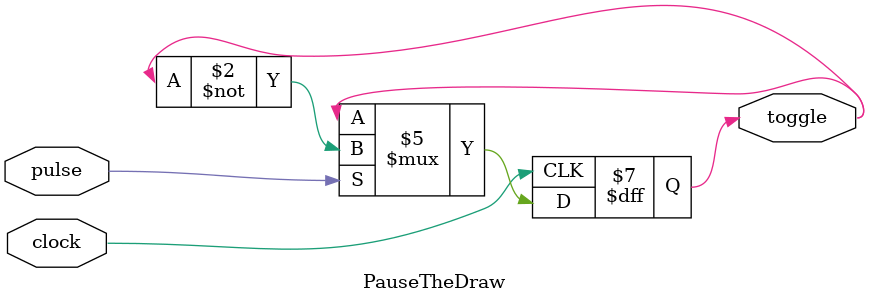
<source format=v>
`timescale 1ns / 1ps


module PauseTheDraw(
    input pulse,
    input clock,
    output reg toggle = 0
    );
    
    always @ (posedge clock)
    begin
    if (pulse)
        toggle = ~toggle;
    end
    
endmodule

</source>
